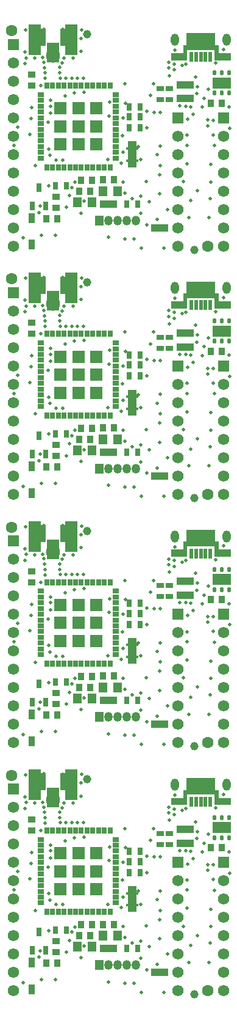
<source format=gbr>
G04*
G04 #@! TF.GenerationSoftware,Altium Limited,Altium Designer,18.1.7 (191)*
G04*
G04 Layer_Color=16711935*
%FSLAX25Y25*%
%MOIN*%
G70*
G01*
G75*
%ADD52R,0.04724X0.08661*%
%ADD53R,0.03300X0.04200*%
%ADD56R,0.04567X0.04567*%
%ADD57R,0.03630X0.04030*%
%ADD58R,0.06630X0.16630*%
%ADD59C,0.06299*%
%ADD60R,0.04030X0.03630*%
%ADD61C,0.04567*%
%ADD62R,0.06130X0.06130*%
%ADD63C,0.06130*%
%ADD64O,0.04630X0.05354*%
%ADD65R,0.04630X0.05354*%
%ADD66C,0.07730*%
%ADD67O,0.04567X0.06535*%
%ADD68C,0.01811*%
%ADD69R,0.06600X0.01500*%
%ADD70R,0.02598X0.03780*%
%ADD71R,0.03780X0.02598*%
%ADD72R,0.06929X0.06929*%
%ADD73R,0.03030X0.04030*%
%ADD74R,0.10000X0.06457*%
G04:AMPARAMS|DCode=75|XSize=21.26mil|YSize=29.13mil|CornerRadius=6.69mil|HoleSize=0mil|Usage=FLASHONLY|Rotation=0.000|XOffset=0mil|YOffset=0mil|HoleType=Round|Shape=RoundedRectangle|*
%AMROUNDEDRECTD75*
21,1,0.02126,0.01575,0,0,0.0*
21,1,0.00787,0.02913,0,0,0.0*
1,1,0.01339,0.00394,-0.00787*
1,1,0.01339,-0.00394,-0.00787*
1,1,0.01339,-0.00394,0.00787*
1,1,0.01339,0.00394,0.00787*
%
%ADD75ROUNDEDRECTD75*%
%ADD76R,0.03030X0.04530*%
%ADD77R,0.03430X0.05430*%
%ADD78R,0.02205X0.05748*%
%ADD79R,0.04830X0.09330*%
%ADD80R,0.04830X0.04830*%
%ADD81R,0.06630X0.10630*%
%ADD82R,0.04530X0.05530*%
%ADD83R,0.04030X0.03030*%
G36*
X125561Y529807D02*
X127333D01*
Y525477D01*
X134026D01*
Y521540D01*
X125167D01*
Y527248D01*
X110207D01*
Y521540D01*
X101348D01*
Y525477D01*
X108041D01*
Y529807D01*
X109813D01*
Y536303D01*
X125561D01*
Y529807D01*
D02*
G37*
G36*
Y394393D02*
X127333D01*
Y390063D01*
X134026D01*
Y386126D01*
X125167D01*
Y391834D01*
X110207D01*
Y386126D01*
X101348D01*
Y390063D01*
X108041D01*
Y394393D01*
X109813D01*
Y400889D01*
X125561D01*
Y394393D01*
D02*
G37*
G36*
Y258980D02*
X127333D01*
Y254650D01*
X134026D01*
Y250713D01*
X125167D01*
Y256421D01*
X110207D01*
Y250713D01*
X101348D01*
Y254650D01*
X108041D01*
Y258980D01*
X109813D01*
Y265476D01*
X125561D01*
Y258980D01*
D02*
G37*
G36*
Y123567D02*
X127333D01*
Y119237D01*
X134026D01*
Y115300D01*
X125167D01*
Y121008D01*
X110207D01*
Y115300D01*
X101348D01*
Y119237D01*
X108041D01*
Y123567D01*
X109813D01*
Y130063D01*
X125561D01*
Y123567D01*
D02*
G37*
D52*
X80000Y64000D02*
D03*
Y199413D02*
D03*
Y334827D02*
D03*
Y470240D02*
D03*
D53*
X95150Y24000D02*
D03*
X108948Y94387D02*
D03*
X108850Y102000D02*
D03*
X67150Y37000D02*
D03*
X95150Y159413D02*
D03*
X108948Y229801D02*
D03*
X108850Y237413D02*
D03*
X67150Y172413D02*
D03*
X95150Y294827D02*
D03*
X108948Y365214D02*
D03*
X108850Y372827D02*
D03*
X67150Y307827D02*
D03*
X95150Y430240D02*
D03*
X108948Y500628D02*
D03*
X108850Y508240D02*
D03*
X67150Y443240D02*
D03*
D56*
X80000Y68724D02*
D03*
Y64000D02*
D03*
Y59276D02*
D03*
Y204138D02*
D03*
Y199413D02*
D03*
Y194689D02*
D03*
Y339551D02*
D03*
Y334827D02*
D03*
Y330102D02*
D03*
Y474965D02*
D03*
Y470240D02*
D03*
Y465516D02*
D03*
D57*
X92000Y24000D02*
D03*
X98000D02*
D03*
X106098Y94387D02*
D03*
X112098D02*
D03*
X112000Y102000D02*
D03*
X106000D02*
D03*
X33000Y29000D02*
D03*
X39000D02*
D03*
X64000Y50200D02*
D03*
X70000D02*
D03*
X57000Y44000D02*
D03*
X51000D02*
D03*
X58000Y50000D02*
D03*
X52000D02*
D03*
X70000Y37000D02*
D03*
X64000D02*
D03*
X129000Y92000D02*
D03*
X123000D02*
D03*
X92000Y159413D02*
D03*
X98000D02*
D03*
X106098Y229801D02*
D03*
X112098D02*
D03*
X112000Y237413D02*
D03*
X106000D02*
D03*
X33000Y164413D02*
D03*
X39000D02*
D03*
X64000Y185613D02*
D03*
X70000D02*
D03*
X57000Y179413D02*
D03*
X51000D02*
D03*
X58000Y185413D02*
D03*
X52000D02*
D03*
X70000Y172413D02*
D03*
X64000D02*
D03*
X129000Y227413D02*
D03*
X123000D02*
D03*
X92000Y294827D02*
D03*
X98000D02*
D03*
X106098Y365214D02*
D03*
X112098D02*
D03*
X112000Y372827D02*
D03*
X106000D02*
D03*
X33000Y299827D02*
D03*
X39000D02*
D03*
X64000Y321027D02*
D03*
X70000D02*
D03*
X57000Y314827D02*
D03*
X51000D02*
D03*
X58000Y320827D02*
D03*
X52000D02*
D03*
X70000Y307827D02*
D03*
X64000D02*
D03*
X129000Y362827D02*
D03*
X123000D02*
D03*
X92000Y430240D02*
D03*
X98000D02*
D03*
X106098Y500628D02*
D03*
X112098D02*
D03*
X112000Y508240D02*
D03*
X106000D02*
D03*
X33000Y435240D02*
D03*
X39000D02*
D03*
X64000Y456440D02*
D03*
X70000D02*
D03*
X57000Y450240D02*
D03*
X51000D02*
D03*
X58000Y456240D02*
D03*
X52000D02*
D03*
X70000Y443240D02*
D03*
X64000D02*
D03*
X129000Y498240D02*
D03*
X123000D02*
D03*
D58*
X46900Y126500D02*
D03*
X26900D02*
D03*
X46900Y261913D02*
D03*
X26900D02*
D03*
X46900Y397327D02*
D03*
X26900D02*
D03*
X46900Y532740D02*
D03*
X26900D02*
D03*
D59*
X14000Y131500D02*
D03*
X121500Y14000D02*
D03*
X14000Y266913D02*
D03*
X121500Y149413D02*
D03*
X14000Y402327D02*
D03*
X121500Y284827D02*
D03*
X14000Y537740D02*
D03*
X121500Y420240D02*
D03*
D60*
X25100Y107500D02*
D03*
Y101500D02*
D03*
X38500Y41000D02*
D03*
Y35000D02*
D03*
X25100Y242913D02*
D03*
Y236913D02*
D03*
X38500Y176413D02*
D03*
Y170413D02*
D03*
X25100Y378327D02*
D03*
Y372327D02*
D03*
X38500Y311827D02*
D03*
Y305827D02*
D03*
X25100Y513740D02*
D03*
Y507740D02*
D03*
X38500Y447240D02*
D03*
Y441240D02*
D03*
D61*
X55500Y129500D02*
D03*
X114000Y12000D02*
D03*
X55500Y264913D02*
D03*
X114000Y147413D02*
D03*
X55500Y400327D02*
D03*
X114000Y282827D02*
D03*
X55500Y535740D02*
D03*
X114000Y418240D02*
D03*
D62*
X130000Y84000D02*
D03*
X105000D02*
D03*
X15000Y124000D02*
D03*
X130000Y219413D02*
D03*
X105000D02*
D03*
X15000Y259414D02*
D03*
X130000Y354827D02*
D03*
X105000D02*
D03*
X15000Y394827D02*
D03*
X130000Y490240D02*
D03*
X105000D02*
D03*
X15000Y530241D02*
D03*
D63*
X130000Y64000D02*
D03*
Y54000D02*
D03*
Y74000D02*
D03*
Y44000D02*
D03*
Y34000D02*
D03*
Y24000D02*
D03*
Y14000D02*
D03*
X105000Y64000D02*
D03*
Y54000D02*
D03*
Y74000D02*
D03*
Y44000D02*
D03*
Y34000D02*
D03*
Y24000D02*
D03*
Y14000D02*
D03*
X15000Y114000D02*
D03*
Y104000D02*
D03*
Y74000D02*
D03*
Y94000D02*
D03*
Y84000D02*
D03*
Y64000D02*
D03*
X15000Y24000D02*
D03*
Y14000D02*
D03*
X15000Y54000D02*
D03*
Y44000D02*
D03*
Y34000D02*
D03*
X130000Y199413D02*
D03*
Y189413D02*
D03*
Y209413D02*
D03*
Y179413D02*
D03*
Y169413D02*
D03*
Y159413D02*
D03*
Y149413D02*
D03*
X105000Y199413D02*
D03*
Y189413D02*
D03*
Y209413D02*
D03*
Y179413D02*
D03*
Y169413D02*
D03*
Y159413D02*
D03*
Y149413D02*
D03*
X15000Y249414D02*
D03*
Y239414D02*
D03*
Y209414D02*
D03*
Y229414D02*
D03*
Y219414D02*
D03*
Y199414D02*
D03*
X15000Y159413D02*
D03*
Y149413D02*
D03*
X15000Y189414D02*
D03*
Y179414D02*
D03*
Y169414D02*
D03*
X130000Y334827D02*
D03*
Y324827D02*
D03*
Y344827D02*
D03*
Y314827D02*
D03*
Y304827D02*
D03*
Y294827D02*
D03*
Y284827D02*
D03*
X105000Y334827D02*
D03*
Y324827D02*
D03*
Y344827D02*
D03*
Y314827D02*
D03*
Y304827D02*
D03*
Y294827D02*
D03*
Y284827D02*
D03*
X15000Y384827D02*
D03*
Y374827D02*
D03*
Y344827D02*
D03*
Y364827D02*
D03*
Y354827D02*
D03*
Y334827D02*
D03*
X15000Y294827D02*
D03*
Y284827D02*
D03*
X15000Y324827D02*
D03*
Y314827D02*
D03*
Y304827D02*
D03*
X130000Y470240D02*
D03*
Y460240D02*
D03*
Y480240D02*
D03*
Y450240D02*
D03*
Y440240D02*
D03*
Y430240D02*
D03*
Y420240D02*
D03*
X105000Y470240D02*
D03*
Y460240D02*
D03*
Y480240D02*
D03*
Y450240D02*
D03*
Y440240D02*
D03*
Y430240D02*
D03*
Y420240D02*
D03*
X15000Y520241D02*
D03*
Y510241D02*
D03*
Y480241D02*
D03*
Y500241D02*
D03*
Y490241D02*
D03*
Y470241D02*
D03*
X15000Y430240D02*
D03*
Y420240D02*
D03*
X15000Y460241D02*
D03*
Y450241D02*
D03*
Y440241D02*
D03*
D64*
X77000Y28000D02*
D03*
X72000D02*
D03*
X82000D02*
D03*
X67000D02*
D03*
X77000Y163413D02*
D03*
X72000D02*
D03*
X82000D02*
D03*
X67000D02*
D03*
X77000Y298827D02*
D03*
X72000D02*
D03*
X82000D02*
D03*
X67000D02*
D03*
X77000Y434240D02*
D03*
X72000D02*
D03*
X82000D02*
D03*
X67000D02*
D03*
D65*
X62000Y28000D02*
D03*
Y163413D02*
D03*
Y298827D02*
D03*
Y434240D02*
D03*
D66*
X36900Y118000D02*
D03*
Y253413D02*
D03*
Y388827D02*
D03*
Y524240D02*
D03*
D67*
X103475Y126500D02*
D03*
X131900D02*
D03*
X103475Y261913D02*
D03*
X131900D02*
D03*
X103475Y397327D02*
D03*
X131900D02*
D03*
X103475Y532740D02*
D03*
X131900D02*
D03*
D68*
X67500Y85000D02*
D03*
X76500Y92000D02*
D03*
X123000Y58500D02*
D03*
Y49000D02*
D03*
X111000Y29500D02*
D03*
X122000D02*
D03*
X85000Y13000D02*
D03*
X97500D02*
D03*
X24000Y75000D02*
D03*
X48500Y97500D02*
D03*
X25000Y89500D02*
D03*
X35512Y86500D02*
D03*
X34000Y81500D02*
D03*
X35512Y90268D02*
D03*
X24750Y83500D02*
D03*
X30000Y101500D02*
D03*
X35500Y93500D02*
D03*
X34500Y67000D02*
D03*
X39000Y77000D02*
D03*
X17500Y79000D02*
D03*
X59500Y68000D02*
D03*
X52500Y67500D02*
D03*
X49000Y71000D02*
D03*
Y87500D02*
D03*
X42500Y90500D02*
D03*
Y71000D02*
D03*
X39000Y68000D02*
D03*
X58500Y89000D02*
D03*
X52500Y77500D02*
D03*
X62000D02*
D03*
X62500Y71500D02*
D03*
X53600Y97900D02*
D03*
X42500Y80500D02*
D03*
X43379Y95825D02*
D03*
X90100Y96100D02*
D03*
X52500Y91000D02*
D03*
X100500Y107000D02*
D03*
X103100Y113200D02*
D03*
X100000Y111100D02*
D03*
X100157Y114118D02*
D03*
X103150Y110050D02*
D03*
X107300Y112500D02*
D03*
X109500Y113300D02*
D03*
X84800Y61200D02*
D03*
X93900Y63700D02*
D03*
X83361Y68300D02*
D03*
X67600Y92500D02*
D03*
X118300Y89700D02*
D03*
X74100Y59300D02*
D03*
X66800Y61200D02*
D03*
X27200Y57800D02*
D03*
X15300Y69000D02*
D03*
X74900Y74300D02*
D03*
X75000Y84000D02*
D03*
Y65200D02*
D03*
X22100Y116650D02*
D03*
X21400Y113500D02*
D03*
X130200Y121200D02*
D03*
X95325Y87000D02*
D03*
X92175D02*
D03*
X115400Y97100D02*
D03*
X115800Y100900D02*
D03*
X89332Y38131D02*
D03*
X133200Y89800D02*
D03*
X133400Y78200D02*
D03*
X121300Y82700D02*
D03*
X124500Y82600D02*
D03*
X109300Y90300D02*
D03*
X115900Y44200D02*
D03*
X121600Y99400D02*
D03*
X67000Y18800D02*
D03*
X42800Y116500D02*
D03*
X41800Y113900D02*
D03*
X103500Y120800D02*
D03*
X40500Y111500D02*
D03*
Y108500D02*
D03*
X40700Y105600D02*
D03*
X31200Y116800D02*
D03*
X31700Y114200D02*
D03*
X32200Y111300D02*
D03*
X32500Y108500D02*
D03*
Y105500D02*
D03*
X88000Y78500D02*
D03*
X35000Y63500D02*
D03*
X47000Y46000D02*
D03*
X42016Y60961D02*
D03*
X38500Y61000D02*
D03*
X52000Y32000D02*
D03*
X80000Y40000D02*
D03*
X76000Y18000D02*
D03*
X81000D02*
D03*
X88000Y25500D02*
D03*
Y87500D02*
D03*
X75000Y49000D02*
D03*
X76000Y43000D02*
D03*
X106000Y90400D02*
D03*
X110200Y74500D02*
D03*
X91800Y102500D02*
D03*
X76200D02*
D03*
X95400Y68500D02*
D03*
X124400Y74600D02*
D03*
X125000Y68800D02*
D03*
X112000Y90000D02*
D03*
X121400Y79600D02*
D03*
X110000Y69000D02*
D03*
X110200Y59000D02*
D03*
X108100Y49200D02*
D03*
X122800Y40000D02*
D03*
X95400Y57891D02*
D03*
X95000Y52900D02*
D03*
X95200Y42400D02*
D03*
X87600Y49300D02*
D03*
X112000Y38700D02*
D03*
X99400Y34000D02*
D03*
X93600Y28400D02*
D03*
X84600Y41100D02*
D03*
X84700Y31700D02*
D03*
X48600Y48900D02*
D03*
X34500Y46800D02*
D03*
X20300Y18400D02*
D03*
X30300Y20000D02*
D03*
X38200D02*
D03*
X29700Y35900D02*
D03*
X44100Y35100D02*
D03*
X21600Y131800D02*
D03*
X21500Y119800D02*
D03*
X52300Y132000D02*
D03*
X52100Y127300D02*
D03*
Y120200D02*
D03*
X47600Y116500D02*
D03*
X26800D02*
D03*
X42000Y132200D02*
D03*
X31700Y132300D02*
D03*
X43800Y105600D02*
D03*
X47100D02*
D03*
X50200D02*
D03*
X53500D02*
D03*
X29000Y32300D02*
D03*
X45800Y41500D02*
D03*
X53800Y38400D02*
D03*
X114724Y106244D02*
D03*
X125768Y113728D02*
D03*
X113300Y86000D02*
D03*
X110300Y83200D02*
D03*
X119500Y94500D02*
D03*
X67500Y220413D02*
D03*
X76500Y227413D02*
D03*
X123000Y193913D02*
D03*
Y184413D02*
D03*
X111000Y164913D02*
D03*
X122000D02*
D03*
X85000Y148413D02*
D03*
X97500D02*
D03*
X24000Y210413D02*
D03*
X48500Y232913D02*
D03*
X25000Y224913D02*
D03*
X35512Y221913D02*
D03*
X34000Y216913D02*
D03*
X35512Y225682D02*
D03*
X24750Y218913D02*
D03*
X30000Y236913D02*
D03*
X35500Y228913D02*
D03*
X34500Y202413D02*
D03*
X39000Y212413D02*
D03*
X17500Y214413D02*
D03*
X59500Y203413D02*
D03*
X52500Y202913D02*
D03*
X49000Y206413D02*
D03*
Y222913D02*
D03*
X42500Y225913D02*
D03*
Y206413D02*
D03*
X39000Y203413D02*
D03*
X58500Y224413D02*
D03*
X52500Y212913D02*
D03*
X62000D02*
D03*
X62500Y206913D02*
D03*
X53600Y233313D02*
D03*
X42500Y215913D02*
D03*
X43379Y231239D02*
D03*
X90100Y231513D02*
D03*
X52500Y226413D02*
D03*
X100500Y242413D02*
D03*
X103100Y248613D02*
D03*
X100000Y246513D02*
D03*
X100157Y249532D02*
D03*
X103150Y245464D02*
D03*
X107300Y247913D02*
D03*
X109500Y248713D02*
D03*
X84800Y196613D02*
D03*
X93900Y199113D02*
D03*
X83361Y203713D02*
D03*
X67600Y227913D02*
D03*
X118300Y225113D02*
D03*
X74100Y194713D02*
D03*
X66800Y196613D02*
D03*
X27200Y193213D02*
D03*
X15300Y204413D02*
D03*
X74900Y209713D02*
D03*
X75000Y219413D02*
D03*
Y200613D02*
D03*
X22100Y252064D02*
D03*
X21400Y248913D02*
D03*
X130200Y256613D02*
D03*
X95325Y222413D02*
D03*
X92175D02*
D03*
X115400Y232513D02*
D03*
X115800Y236313D02*
D03*
X89332Y173545D02*
D03*
X133200Y225213D02*
D03*
X133400Y213613D02*
D03*
X121300Y218113D02*
D03*
X124500Y218013D02*
D03*
X109300Y225713D02*
D03*
X115900Y179613D02*
D03*
X121600Y234813D02*
D03*
X67000Y154213D02*
D03*
X42800Y251913D02*
D03*
X41800Y249313D02*
D03*
X103500Y256213D02*
D03*
X40500Y246913D02*
D03*
Y243913D02*
D03*
X40700Y241013D02*
D03*
X31200Y252213D02*
D03*
X31700Y249613D02*
D03*
X32200Y246713D02*
D03*
X32500Y243913D02*
D03*
Y240913D02*
D03*
X88000Y213913D02*
D03*
X35000Y198913D02*
D03*
X47000Y181413D02*
D03*
X42016Y196374D02*
D03*
X38500Y196413D02*
D03*
X52000Y167413D02*
D03*
X80000Y175413D02*
D03*
X76000Y153413D02*
D03*
X81000D02*
D03*
X88000Y160913D02*
D03*
Y222913D02*
D03*
X75000Y184413D02*
D03*
X76000Y178413D02*
D03*
X106000Y225813D02*
D03*
X110200Y209913D02*
D03*
X91800Y237913D02*
D03*
X76200D02*
D03*
X95400Y203913D02*
D03*
X124400Y210013D02*
D03*
X125000Y204213D02*
D03*
X112000Y225413D02*
D03*
X121400Y215013D02*
D03*
X110000Y204413D02*
D03*
X110200Y194413D02*
D03*
X108100Y184613D02*
D03*
X122800Y175413D02*
D03*
X95400Y193304D02*
D03*
X95000Y188313D02*
D03*
X95200Y177813D02*
D03*
X87600Y184713D02*
D03*
X112000Y174113D02*
D03*
X99400Y169413D02*
D03*
X93600Y163813D02*
D03*
X84600Y176513D02*
D03*
X84700Y167113D02*
D03*
X48600Y184313D02*
D03*
X34500Y182213D02*
D03*
X20300Y153813D02*
D03*
X30300Y155413D02*
D03*
X38200D02*
D03*
X29700Y171313D02*
D03*
X44100Y170513D02*
D03*
X21600Y267213D02*
D03*
X21500Y255213D02*
D03*
X52300Y267413D02*
D03*
X52100Y262713D02*
D03*
Y255613D02*
D03*
X47600Y251913D02*
D03*
X26800D02*
D03*
X42000Y267613D02*
D03*
X31700Y267713D02*
D03*
X43800Y241013D02*
D03*
X47100D02*
D03*
X50200D02*
D03*
X53500D02*
D03*
X29000Y167713D02*
D03*
X45800Y176913D02*
D03*
X53800Y173813D02*
D03*
X114724Y241657D02*
D03*
X125768Y249141D02*
D03*
X113300Y221413D02*
D03*
X110300Y218613D02*
D03*
X119500Y229913D02*
D03*
X67500Y355827D02*
D03*
X76500Y362827D02*
D03*
X123000Y329327D02*
D03*
Y319827D02*
D03*
X111000Y300327D02*
D03*
X122000D02*
D03*
X85000Y283827D02*
D03*
X97500D02*
D03*
X24000Y345827D02*
D03*
X48500Y368327D02*
D03*
X25000Y360327D02*
D03*
X35512Y357327D02*
D03*
X34000Y352327D02*
D03*
X35512Y361095D02*
D03*
X24750Y354327D02*
D03*
X30000Y372327D02*
D03*
X35500Y364327D02*
D03*
X34500Y337827D02*
D03*
X39000Y347827D02*
D03*
X17500Y349827D02*
D03*
X59500Y338827D02*
D03*
X52500Y338327D02*
D03*
X49000Y341827D02*
D03*
Y358327D02*
D03*
X42500Y361327D02*
D03*
Y341827D02*
D03*
X39000Y338827D02*
D03*
X58500Y359827D02*
D03*
X52500Y348327D02*
D03*
X62000D02*
D03*
X62500Y342327D02*
D03*
X53600Y368727D02*
D03*
X42500Y351327D02*
D03*
X43379Y366652D02*
D03*
X90100Y366927D02*
D03*
X52500Y361827D02*
D03*
X100500Y377827D02*
D03*
X103100Y384027D02*
D03*
X100000Y381927D02*
D03*
X100157Y384945D02*
D03*
X103150Y380877D02*
D03*
X107300Y383327D02*
D03*
X109500Y384127D02*
D03*
X84800Y332027D02*
D03*
X93900Y334527D02*
D03*
X83361Y339127D02*
D03*
X67600Y363327D02*
D03*
X118300Y360527D02*
D03*
X74100Y330127D02*
D03*
X66800Y332027D02*
D03*
X27200Y328627D02*
D03*
X15300Y339827D02*
D03*
X74900Y345127D02*
D03*
X75000Y354827D02*
D03*
Y336027D02*
D03*
X22100Y387477D02*
D03*
X21400Y384327D02*
D03*
X130200Y392027D02*
D03*
X95325Y357827D02*
D03*
X92175D02*
D03*
X115400Y367927D02*
D03*
X115800Y371727D02*
D03*
X89332Y308958D02*
D03*
X133200Y360627D02*
D03*
X133400Y349027D02*
D03*
X121300Y353527D02*
D03*
X124500Y353427D02*
D03*
X109300Y361127D02*
D03*
X115900Y315027D02*
D03*
X121600Y370227D02*
D03*
X67000Y289627D02*
D03*
X42800Y387327D02*
D03*
X41800Y384727D02*
D03*
X103500Y391627D02*
D03*
X40500Y382327D02*
D03*
Y379327D02*
D03*
X40700Y376427D02*
D03*
X31200Y387627D02*
D03*
X31700Y385027D02*
D03*
X32200Y382127D02*
D03*
X32500Y379327D02*
D03*
Y376327D02*
D03*
X88000Y349327D02*
D03*
X35000Y334327D02*
D03*
X47000Y316827D02*
D03*
X42016Y331787D02*
D03*
X38500Y331827D02*
D03*
X52000Y302827D02*
D03*
X80000Y310827D02*
D03*
X76000Y288827D02*
D03*
X81000D02*
D03*
X88000Y296327D02*
D03*
Y358327D02*
D03*
X75000Y319827D02*
D03*
X76000Y313827D02*
D03*
X106000Y361227D02*
D03*
X110200Y345327D02*
D03*
X91800Y373327D02*
D03*
X76200D02*
D03*
X95400Y339327D02*
D03*
X124400Y345427D02*
D03*
X125000Y339627D02*
D03*
X112000Y360827D02*
D03*
X121400Y350427D02*
D03*
X110000Y339827D02*
D03*
X110200Y329827D02*
D03*
X108100Y320027D02*
D03*
X122800Y310827D02*
D03*
X95400Y328718D02*
D03*
X95000Y323727D02*
D03*
X95200Y313227D02*
D03*
X87600Y320127D02*
D03*
X112000Y309527D02*
D03*
X99400Y304827D02*
D03*
X93600Y299227D02*
D03*
X84600Y311927D02*
D03*
X84700Y302527D02*
D03*
X48600Y319727D02*
D03*
X34500Y317627D02*
D03*
X20300Y289227D02*
D03*
X30300Y290827D02*
D03*
X38200D02*
D03*
X29700Y306727D02*
D03*
X44100Y305927D02*
D03*
X21600Y402627D02*
D03*
X21500Y390627D02*
D03*
X52300Y402827D02*
D03*
X52100Y398127D02*
D03*
Y391027D02*
D03*
X47600Y387327D02*
D03*
X26800D02*
D03*
X42000Y403027D02*
D03*
X31700Y403127D02*
D03*
X43800Y376427D02*
D03*
X47100D02*
D03*
X50200D02*
D03*
X53500D02*
D03*
X29000Y303127D02*
D03*
X45800Y312327D02*
D03*
X53800Y309227D02*
D03*
X114724Y377071D02*
D03*
X125768Y384555D02*
D03*
X113300Y356827D02*
D03*
X110300Y354027D02*
D03*
X119500Y365327D02*
D03*
X67500Y491240D02*
D03*
X76500Y498240D02*
D03*
X123000Y464740D02*
D03*
Y455240D02*
D03*
X111000Y435740D02*
D03*
X122000D02*
D03*
X85000Y419240D02*
D03*
X97500D02*
D03*
X24000Y481240D02*
D03*
X48500Y503740D02*
D03*
X25000Y495740D02*
D03*
X35512Y492740D02*
D03*
X34000Y487740D02*
D03*
X35512Y496509D02*
D03*
X24750Y489740D02*
D03*
X30000Y507740D02*
D03*
X35500Y499740D02*
D03*
X34500Y473240D02*
D03*
X39000Y483240D02*
D03*
X17500Y485240D02*
D03*
X59500Y474240D02*
D03*
X52500Y473740D02*
D03*
X49000Y477240D02*
D03*
Y493740D02*
D03*
X42500Y496740D02*
D03*
Y477240D02*
D03*
X39000Y474240D02*
D03*
X58500Y495240D02*
D03*
X52500Y483740D02*
D03*
X62000D02*
D03*
X62500Y477740D02*
D03*
X53600Y504140D02*
D03*
X42500Y486740D02*
D03*
X43379Y502065D02*
D03*
X90100Y502340D02*
D03*
X52500Y497240D02*
D03*
X100500Y513240D02*
D03*
X103100Y519440D02*
D03*
X100000Y517340D02*
D03*
X100157Y520358D02*
D03*
X103150Y516291D02*
D03*
X107300Y518740D02*
D03*
X109500Y519540D02*
D03*
X84800Y467440D02*
D03*
X93900Y469940D02*
D03*
X83361Y474540D02*
D03*
X67600Y498740D02*
D03*
X118300Y495940D02*
D03*
X74100Y465540D02*
D03*
X66800Y467440D02*
D03*
X27200Y464040D02*
D03*
X15300Y475240D02*
D03*
X74900Y480540D02*
D03*
X75000Y490240D02*
D03*
Y471440D02*
D03*
X22100Y522891D02*
D03*
X21400Y519740D02*
D03*
X130200Y527440D02*
D03*
X95325Y493240D02*
D03*
X92175D02*
D03*
X115400Y503340D02*
D03*
X115800Y507140D02*
D03*
X89332Y444372D02*
D03*
X133200Y496040D02*
D03*
X133400Y484440D02*
D03*
X121300Y488940D02*
D03*
X124500Y488840D02*
D03*
X109300Y496540D02*
D03*
X115900Y450440D02*
D03*
X121600Y505640D02*
D03*
X67000Y425040D02*
D03*
X42800Y522740D02*
D03*
X41800Y520140D02*
D03*
X103500Y527040D02*
D03*
X40500Y517740D02*
D03*
Y514740D02*
D03*
X40700Y511840D02*
D03*
X31200Y523040D02*
D03*
X31700Y520440D02*
D03*
X32200Y517540D02*
D03*
X32500Y514740D02*
D03*
Y511740D02*
D03*
X88000Y484740D02*
D03*
X35000Y469740D02*
D03*
X47000Y452240D02*
D03*
X42016Y467201D02*
D03*
X38500Y467240D02*
D03*
X52000Y438240D02*
D03*
X80000Y446240D02*
D03*
X76000Y424240D02*
D03*
X81000D02*
D03*
X88000Y431740D02*
D03*
Y493740D02*
D03*
X75000Y455240D02*
D03*
X76000Y449240D02*
D03*
X106000Y496640D02*
D03*
X110200Y480740D02*
D03*
X91800Y508740D02*
D03*
X76200D02*
D03*
X95400Y474740D02*
D03*
X124400Y480840D02*
D03*
X125000Y475040D02*
D03*
X112000Y496240D02*
D03*
X121400Y485840D02*
D03*
X110000Y475240D02*
D03*
X110200Y465240D02*
D03*
X108100Y455440D02*
D03*
X122800Y446240D02*
D03*
X95400Y464131D02*
D03*
X95000Y459140D02*
D03*
X95200Y448640D02*
D03*
X87600Y455540D02*
D03*
X112000Y444940D02*
D03*
X99400Y440240D02*
D03*
X93600Y434640D02*
D03*
X84600Y447340D02*
D03*
X84700Y437940D02*
D03*
X48600Y455140D02*
D03*
X34500Y453040D02*
D03*
X20300Y424640D02*
D03*
X30300Y426240D02*
D03*
X38200D02*
D03*
X29700Y442140D02*
D03*
X44100Y441340D02*
D03*
X21600Y538040D02*
D03*
X21500Y526040D02*
D03*
X52300Y538240D02*
D03*
X52100Y533540D02*
D03*
Y526440D02*
D03*
X47600Y522740D02*
D03*
X26800D02*
D03*
X42000Y538440D02*
D03*
X31700Y538540D02*
D03*
X43800Y511840D02*
D03*
X47100D02*
D03*
X50200D02*
D03*
X53500D02*
D03*
X29000Y438540D02*
D03*
X45800Y447740D02*
D03*
X53800Y444640D02*
D03*
X114724Y512484D02*
D03*
X125768Y519968D02*
D03*
X113300Y492240D02*
D03*
X110300Y489440D02*
D03*
X119500Y500740D02*
D03*
D69*
X80000Y60650D02*
D03*
Y67250D02*
D03*
Y196063D02*
D03*
Y202663D02*
D03*
Y331477D02*
D03*
Y338077D02*
D03*
Y466890D02*
D03*
Y473490D02*
D03*
D70*
X67996Y57012D02*
D03*
X64846D02*
D03*
X61697D02*
D03*
X58547D02*
D03*
X55398D02*
D03*
X52248D02*
D03*
X49098D02*
D03*
X45949D02*
D03*
X42799D02*
D03*
X39650D02*
D03*
X36500D02*
D03*
X33350D02*
D03*
Y101500D02*
D03*
X36500D02*
D03*
X39650D02*
D03*
X42799D02*
D03*
X45949D02*
D03*
X49098D02*
D03*
X52248D02*
D03*
X55398D02*
D03*
X58547D02*
D03*
X61697D02*
D03*
X64846D02*
D03*
X67996D02*
D03*
Y192425D02*
D03*
X64846D02*
D03*
X61697D02*
D03*
X58547D02*
D03*
X55398D02*
D03*
X52248D02*
D03*
X49098D02*
D03*
X45949D02*
D03*
X42799D02*
D03*
X39650D02*
D03*
X36500D02*
D03*
X33350D02*
D03*
Y236913D02*
D03*
X36500D02*
D03*
X39650D02*
D03*
X42799D02*
D03*
X45949D02*
D03*
X49098D02*
D03*
X52248D02*
D03*
X55398D02*
D03*
X58547D02*
D03*
X61697D02*
D03*
X64846D02*
D03*
X67996D02*
D03*
Y327839D02*
D03*
X64846D02*
D03*
X61697D02*
D03*
X58547D02*
D03*
X55398D02*
D03*
X52248D02*
D03*
X49098D02*
D03*
X45949D02*
D03*
X42799D02*
D03*
X39650D02*
D03*
X36500D02*
D03*
X33350D02*
D03*
Y372327D02*
D03*
X36500D02*
D03*
X39650D02*
D03*
X42799D02*
D03*
X45949D02*
D03*
X49098D02*
D03*
X52248D02*
D03*
X55398D02*
D03*
X58547D02*
D03*
X61697D02*
D03*
X64846D02*
D03*
X67996D02*
D03*
Y463252D02*
D03*
X64846D02*
D03*
X61697D02*
D03*
X58547D02*
D03*
X55398D02*
D03*
X52248D02*
D03*
X49098D02*
D03*
X45949D02*
D03*
X42799D02*
D03*
X39650D02*
D03*
X36500D02*
D03*
X33350D02*
D03*
Y507740D02*
D03*
X36500D02*
D03*
X39650D02*
D03*
X42799D02*
D03*
X45949D02*
D03*
X49098D02*
D03*
X52248D02*
D03*
X55398D02*
D03*
X58547D02*
D03*
X61697D02*
D03*
X64846D02*
D03*
X67996D02*
D03*
D71*
X30201Y61933D02*
D03*
Y65083D02*
D03*
Y68232D02*
D03*
Y71382D02*
D03*
Y74532D02*
D03*
Y77681D02*
D03*
Y80831D02*
D03*
Y83980D02*
D03*
Y87130D02*
D03*
Y90280D02*
D03*
Y93429D02*
D03*
Y96579D02*
D03*
X71146D02*
D03*
Y93429D02*
D03*
Y90280D02*
D03*
Y87130D02*
D03*
Y83980D02*
D03*
Y80831D02*
D03*
Y77681D02*
D03*
Y74532D02*
D03*
Y71382D02*
D03*
Y68232D02*
D03*
Y65083D02*
D03*
Y61933D02*
D03*
X30201Y197346D02*
D03*
Y200496D02*
D03*
Y203646D02*
D03*
Y206795D02*
D03*
Y209945D02*
D03*
Y213094D02*
D03*
Y216244D02*
D03*
Y219394D02*
D03*
Y222543D02*
D03*
Y225693D02*
D03*
Y228842D02*
D03*
Y231992D02*
D03*
X71146D02*
D03*
Y228842D02*
D03*
Y225693D02*
D03*
Y222543D02*
D03*
Y219394D02*
D03*
Y216244D02*
D03*
Y213094D02*
D03*
Y209945D02*
D03*
Y206795D02*
D03*
Y203646D02*
D03*
Y200496D02*
D03*
Y197346D02*
D03*
X30201Y332760D02*
D03*
Y335910D02*
D03*
Y339059D02*
D03*
Y342209D02*
D03*
Y345358D02*
D03*
Y348508D02*
D03*
Y351658D02*
D03*
Y354807D02*
D03*
Y357957D02*
D03*
Y361106D02*
D03*
Y364256D02*
D03*
Y367406D02*
D03*
X71146D02*
D03*
Y364256D02*
D03*
Y361106D02*
D03*
Y357957D02*
D03*
Y354807D02*
D03*
Y351658D02*
D03*
Y348508D02*
D03*
Y345358D02*
D03*
Y342209D02*
D03*
Y339059D02*
D03*
Y335910D02*
D03*
Y332760D02*
D03*
X30201Y468173D02*
D03*
Y471323D02*
D03*
Y474473D02*
D03*
Y477622D02*
D03*
Y480772D02*
D03*
Y483921D02*
D03*
Y487071D02*
D03*
Y490221D02*
D03*
Y493370D02*
D03*
Y496520D02*
D03*
Y499669D02*
D03*
Y502819D02*
D03*
X71146D02*
D03*
Y499669D02*
D03*
Y496520D02*
D03*
Y493370D02*
D03*
Y490221D02*
D03*
Y487071D02*
D03*
Y483921D02*
D03*
Y480772D02*
D03*
Y477622D02*
D03*
Y474473D02*
D03*
Y471323D02*
D03*
Y468173D02*
D03*
D72*
X50673Y79256D02*
D03*
Y89098D02*
D03*
X60515D02*
D03*
Y79256D02*
D03*
Y69413D02*
D03*
X50673D02*
D03*
X40830D02*
D03*
Y79256D02*
D03*
Y89098D02*
D03*
X50673Y214669D02*
D03*
Y224512D02*
D03*
X60515D02*
D03*
Y214669D02*
D03*
Y204826D02*
D03*
X50673D02*
D03*
X40830D02*
D03*
Y214669D02*
D03*
Y224512D02*
D03*
X50673Y350082D02*
D03*
Y359925D02*
D03*
X60515D02*
D03*
Y350082D02*
D03*
Y340240D02*
D03*
X50673D02*
D03*
X40830D02*
D03*
Y350082D02*
D03*
Y359925D02*
D03*
X50673Y485496D02*
D03*
Y495338D02*
D03*
X60515D02*
D03*
Y485496D02*
D03*
Y475653D02*
D03*
X50673D02*
D03*
X40830D02*
D03*
Y485496D02*
D03*
Y495338D02*
D03*
D73*
X77000Y37000D02*
D03*
X83000D02*
D03*
X38000Y47000D02*
D03*
X44000D02*
D03*
X84500Y78500D02*
D03*
X78500D02*
D03*
Y90000D02*
D03*
X84500D02*
D03*
X78500Y84500D02*
D03*
X84500D02*
D03*
X77000Y172413D02*
D03*
X83000D02*
D03*
X38000Y182413D02*
D03*
X44000D02*
D03*
X84500Y213913D02*
D03*
X78500D02*
D03*
Y225413D02*
D03*
X84500D02*
D03*
X78500Y219913D02*
D03*
X84500D02*
D03*
X77000Y307827D02*
D03*
X83000D02*
D03*
X38000Y317827D02*
D03*
X44000D02*
D03*
X84500Y349327D02*
D03*
X78500D02*
D03*
Y360827D02*
D03*
X84500D02*
D03*
X78500Y355327D02*
D03*
X84500D02*
D03*
X77000Y443240D02*
D03*
X83000D02*
D03*
X38000Y453240D02*
D03*
X44000D02*
D03*
X84500Y484740D02*
D03*
X78500D02*
D03*
Y496240D02*
D03*
X84500D02*
D03*
X78500Y490740D02*
D03*
X84500D02*
D03*
D74*
X129000Y103000D02*
D03*
Y238413D02*
D03*
Y373827D02*
D03*
Y509240D02*
D03*
D75*
X132937Y108512D02*
D03*
X129000D02*
D03*
X125063D02*
D03*
X132937Y97488D02*
D03*
X129000D02*
D03*
X125063D02*
D03*
X132937Y243925D02*
D03*
X129000D02*
D03*
X125063D02*
D03*
X132937Y232902D02*
D03*
X129000D02*
D03*
X125063D02*
D03*
X132937Y379339D02*
D03*
X129000D02*
D03*
X125063D02*
D03*
X132937Y368315D02*
D03*
X129000D02*
D03*
X125063D02*
D03*
X132937Y514752D02*
D03*
X129000D02*
D03*
X125063D02*
D03*
X132937Y503728D02*
D03*
X129000D02*
D03*
X125063D02*
D03*
D76*
X32700Y36000D02*
D03*
X25300D02*
D03*
X29000Y46000D02*
D03*
X32700Y171413D02*
D03*
X25300D02*
D03*
X29000Y181413D02*
D03*
X32700Y306827D02*
D03*
X25300D02*
D03*
X29000Y316827D02*
D03*
X32700Y442240D02*
D03*
X25300D02*
D03*
X29000Y452240D02*
D03*
D77*
X25000Y14700D02*
D03*
Y29300D02*
D03*
Y150113D02*
D03*
Y164713D02*
D03*
Y285527D02*
D03*
Y300127D02*
D03*
Y420940D02*
D03*
Y435540D02*
D03*
D78*
X117687Y117150D02*
D03*
X115128D02*
D03*
X120247D02*
D03*
X112569D02*
D03*
X122806D02*
D03*
X117687Y252563D02*
D03*
X115128D02*
D03*
X120247D02*
D03*
X112569D02*
D03*
X122806D02*
D03*
X117687Y387976D02*
D03*
X115128D02*
D03*
X120247D02*
D03*
X112569D02*
D03*
X122806D02*
D03*
X117687Y523390D02*
D03*
X115128D02*
D03*
X120247D02*
D03*
X112569D02*
D03*
X122806D02*
D03*
D79*
X43100Y128000D02*
D03*
X30550D02*
D03*
X43100Y263413D02*
D03*
X30550D02*
D03*
X43100Y398827D02*
D03*
X30550D02*
D03*
X43100Y534240D02*
D03*
X30550D02*
D03*
D80*
X36800Y121700D02*
D03*
Y257113D02*
D03*
Y392527D02*
D03*
Y527940D02*
D03*
D81*
X36900Y119500D02*
D03*
Y254913D02*
D03*
Y390327D02*
D03*
Y525740D02*
D03*
D82*
X50000Y38000D02*
D03*
X58000D02*
D03*
X72000Y44000D02*
D03*
X64000D02*
D03*
X50000Y173413D02*
D03*
X58000D02*
D03*
X72000Y179413D02*
D03*
X64000D02*
D03*
X50000Y308827D02*
D03*
X58000D02*
D03*
X72000Y314827D02*
D03*
X64000D02*
D03*
X50000Y444240D02*
D03*
X58000D02*
D03*
X72000Y450240D02*
D03*
X64000D02*
D03*
D83*
X95300Y99700D02*
D03*
Y93700D02*
D03*
X100300Y99700D02*
D03*
Y93700D02*
D03*
X95300Y235113D02*
D03*
Y229113D02*
D03*
X100300Y235113D02*
D03*
Y229113D02*
D03*
X95300Y370527D02*
D03*
Y364527D02*
D03*
X100300Y370527D02*
D03*
Y364527D02*
D03*
X95300Y505940D02*
D03*
Y499940D02*
D03*
X100300Y505940D02*
D03*
Y499940D02*
D03*
M02*

</source>
